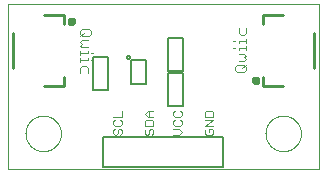
<source format=gto>
G75*
%MOIN*%
%OFA0B0*%
%FSLAX25Y25*%
%IPPOS*%
%LPD*%
%AMOC8*
5,1,8,0,0,1.08239X$1,22.5*
%
%ADD10C,0.00000*%
%ADD11C,0.00300*%
%ADD12C,0.00500*%
%ADD13C,0.01575*%
%ADD14C,0.01000*%
D10*
X0001400Y0001400D02*
X0001400Y0056518D01*
X0105022Y0056518D01*
X0105022Y0001400D01*
X0001400Y0001400D01*
X0007305Y0013211D02*
X0007307Y0013364D01*
X0007313Y0013518D01*
X0007323Y0013671D01*
X0007337Y0013823D01*
X0007355Y0013976D01*
X0007377Y0014127D01*
X0007402Y0014278D01*
X0007432Y0014429D01*
X0007466Y0014579D01*
X0007503Y0014727D01*
X0007544Y0014875D01*
X0007589Y0015021D01*
X0007638Y0015167D01*
X0007691Y0015311D01*
X0007747Y0015453D01*
X0007807Y0015594D01*
X0007871Y0015734D01*
X0007938Y0015872D01*
X0008009Y0016008D01*
X0008084Y0016142D01*
X0008161Y0016274D01*
X0008243Y0016404D01*
X0008327Y0016532D01*
X0008415Y0016658D01*
X0008506Y0016781D01*
X0008600Y0016902D01*
X0008698Y0017020D01*
X0008798Y0017136D01*
X0008902Y0017249D01*
X0009008Y0017360D01*
X0009117Y0017468D01*
X0009229Y0017573D01*
X0009343Y0017674D01*
X0009461Y0017773D01*
X0009580Y0017869D01*
X0009702Y0017962D01*
X0009827Y0018051D01*
X0009954Y0018138D01*
X0010083Y0018220D01*
X0010214Y0018300D01*
X0010347Y0018376D01*
X0010482Y0018449D01*
X0010619Y0018518D01*
X0010758Y0018583D01*
X0010898Y0018645D01*
X0011040Y0018703D01*
X0011183Y0018758D01*
X0011328Y0018809D01*
X0011474Y0018856D01*
X0011621Y0018899D01*
X0011769Y0018938D01*
X0011918Y0018974D01*
X0012068Y0019005D01*
X0012219Y0019033D01*
X0012370Y0019057D01*
X0012523Y0019077D01*
X0012675Y0019093D01*
X0012828Y0019105D01*
X0012981Y0019113D01*
X0013134Y0019117D01*
X0013288Y0019117D01*
X0013441Y0019113D01*
X0013594Y0019105D01*
X0013747Y0019093D01*
X0013899Y0019077D01*
X0014052Y0019057D01*
X0014203Y0019033D01*
X0014354Y0019005D01*
X0014504Y0018974D01*
X0014653Y0018938D01*
X0014801Y0018899D01*
X0014948Y0018856D01*
X0015094Y0018809D01*
X0015239Y0018758D01*
X0015382Y0018703D01*
X0015524Y0018645D01*
X0015664Y0018583D01*
X0015803Y0018518D01*
X0015940Y0018449D01*
X0016075Y0018376D01*
X0016208Y0018300D01*
X0016339Y0018220D01*
X0016468Y0018138D01*
X0016595Y0018051D01*
X0016720Y0017962D01*
X0016842Y0017869D01*
X0016961Y0017773D01*
X0017079Y0017674D01*
X0017193Y0017573D01*
X0017305Y0017468D01*
X0017414Y0017360D01*
X0017520Y0017249D01*
X0017624Y0017136D01*
X0017724Y0017020D01*
X0017822Y0016902D01*
X0017916Y0016781D01*
X0018007Y0016658D01*
X0018095Y0016532D01*
X0018179Y0016404D01*
X0018261Y0016274D01*
X0018338Y0016142D01*
X0018413Y0016008D01*
X0018484Y0015872D01*
X0018551Y0015734D01*
X0018615Y0015594D01*
X0018675Y0015453D01*
X0018731Y0015311D01*
X0018784Y0015167D01*
X0018833Y0015021D01*
X0018878Y0014875D01*
X0018919Y0014727D01*
X0018956Y0014579D01*
X0018990Y0014429D01*
X0019020Y0014278D01*
X0019045Y0014127D01*
X0019067Y0013976D01*
X0019085Y0013823D01*
X0019099Y0013671D01*
X0019109Y0013518D01*
X0019115Y0013364D01*
X0019117Y0013211D01*
X0019115Y0013058D01*
X0019109Y0012904D01*
X0019099Y0012751D01*
X0019085Y0012599D01*
X0019067Y0012446D01*
X0019045Y0012295D01*
X0019020Y0012144D01*
X0018990Y0011993D01*
X0018956Y0011843D01*
X0018919Y0011695D01*
X0018878Y0011547D01*
X0018833Y0011401D01*
X0018784Y0011255D01*
X0018731Y0011111D01*
X0018675Y0010969D01*
X0018615Y0010828D01*
X0018551Y0010688D01*
X0018484Y0010550D01*
X0018413Y0010414D01*
X0018338Y0010280D01*
X0018261Y0010148D01*
X0018179Y0010018D01*
X0018095Y0009890D01*
X0018007Y0009764D01*
X0017916Y0009641D01*
X0017822Y0009520D01*
X0017724Y0009402D01*
X0017624Y0009286D01*
X0017520Y0009173D01*
X0017414Y0009062D01*
X0017305Y0008954D01*
X0017193Y0008849D01*
X0017079Y0008748D01*
X0016961Y0008649D01*
X0016842Y0008553D01*
X0016720Y0008460D01*
X0016595Y0008371D01*
X0016468Y0008284D01*
X0016339Y0008202D01*
X0016208Y0008122D01*
X0016075Y0008046D01*
X0015940Y0007973D01*
X0015803Y0007904D01*
X0015664Y0007839D01*
X0015524Y0007777D01*
X0015382Y0007719D01*
X0015239Y0007664D01*
X0015094Y0007613D01*
X0014948Y0007566D01*
X0014801Y0007523D01*
X0014653Y0007484D01*
X0014504Y0007448D01*
X0014354Y0007417D01*
X0014203Y0007389D01*
X0014052Y0007365D01*
X0013899Y0007345D01*
X0013747Y0007329D01*
X0013594Y0007317D01*
X0013441Y0007309D01*
X0013288Y0007305D01*
X0013134Y0007305D01*
X0012981Y0007309D01*
X0012828Y0007317D01*
X0012675Y0007329D01*
X0012523Y0007345D01*
X0012370Y0007365D01*
X0012219Y0007389D01*
X0012068Y0007417D01*
X0011918Y0007448D01*
X0011769Y0007484D01*
X0011621Y0007523D01*
X0011474Y0007566D01*
X0011328Y0007613D01*
X0011183Y0007664D01*
X0011040Y0007719D01*
X0010898Y0007777D01*
X0010758Y0007839D01*
X0010619Y0007904D01*
X0010482Y0007973D01*
X0010347Y0008046D01*
X0010214Y0008122D01*
X0010083Y0008202D01*
X0009954Y0008284D01*
X0009827Y0008371D01*
X0009702Y0008460D01*
X0009580Y0008553D01*
X0009461Y0008649D01*
X0009343Y0008748D01*
X0009229Y0008849D01*
X0009117Y0008954D01*
X0009008Y0009062D01*
X0008902Y0009173D01*
X0008798Y0009286D01*
X0008698Y0009402D01*
X0008600Y0009520D01*
X0008506Y0009641D01*
X0008415Y0009764D01*
X0008327Y0009890D01*
X0008243Y0010018D01*
X0008161Y0010148D01*
X0008084Y0010280D01*
X0008009Y0010414D01*
X0007938Y0010550D01*
X0007871Y0010688D01*
X0007807Y0010828D01*
X0007747Y0010969D01*
X0007691Y0011111D01*
X0007638Y0011255D01*
X0007589Y0011401D01*
X0007544Y0011547D01*
X0007503Y0011695D01*
X0007466Y0011843D01*
X0007432Y0011993D01*
X0007402Y0012144D01*
X0007377Y0012295D01*
X0007355Y0012446D01*
X0007337Y0012599D01*
X0007323Y0012751D01*
X0007313Y0012904D01*
X0007307Y0013058D01*
X0007305Y0013211D01*
X0087305Y0013211D02*
X0087307Y0013364D01*
X0087313Y0013518D01*
X0087323Y0013671D01*
X0087337Y0013823D01*
X0087355Y0013976D01*
X0087377Y0014127D01*
X0087402Y0014278D01*
X0087432Y0014429D01*
X0087466Y0014579D01*
X0087503Y0014727D01*
X0087544Y0014875D01*
X0087589Y0015021D01*
X0087638Y0015167D01*
X0087691Y0015311D01*
X0087747Y0015453D01*
X0087807Y0015594D01*
X0087871Y0015734D01*
X0087938Y0015872D01*
X0088009Y0016008D01*
X0088084Y0016142D01*
X0088161Y0016274D01*
X0088243Y0016404D01*
X0088327Y0016532D01*
X0088415Y0016658D01*
X0088506Y0016781D01*
X0088600Y0016902D01*
X0088698Y0017020D01*
X0088798Y0017136D01*
X0088902Y0017249D01*
X0089008Y0017360D01*
X0089117Y0017468D01*
X0089229Y0017573D01*
X0089343Y0017674D01*
X0089461Y0017773D01*
X0089580Y0017869D01*
X0089702Y0017962D01*
X0089827Y0018051D01*
X0089954Y0018138D01*
X0090083Y0018220D01*
X0090214Y0018300D01*
X0090347Y0018376D01*
X0090482Y0018449D01*
X0090619Y0018518D01*
X0090758Y0018583D01*
X0090898Y0018645D01*
X0091040Y0018703D01*
X0091183Y0018758D01*
X0091328Y0018809D01*
X0091474Y0018856D01*
X0091621Y0018899D01*
X0091769Y0018938D01*
X0091918Y0018974D01*
X0092068Y0019005D01*
X0092219Y0019033D01*
X0092370Y0019057D01*
X0092523Y0019077D01*
X0092675Y0019093D01*
X0092828Y0019105D01*
X0092981Y0019113D01*
X0093134Y0019117D01*
X0093288Y0019117D01*
X0093441Y0019113D01*
X0093594Y0019105D01*
X0093747Y0019093D01*
X0093899Y0019077D01*
X0094052Y0019057D01*
X0094203Y0019033D01*
X0094354Y0019005D01*
X0094504Y0018974D01*
X0094653Y0018938D01*
X0094801Y0018899D01*
X0094948Y0018856D01*
X0095094Y0018809D01*
X0095239Y0018758D01*
X0095382Y0018703D01*
X0095524Y0018645D01*
X0095664Y0018583D01*
X0095803Y0018518D01*
X0095940Y0018449D01*
X0096075Y0018376D01*
X0096208Y0018300D01*
X0096339Y0018220D01*
X0096468Y0018138D01*
X0096595Y0018051D01*
X0096720Y0017962D01*
X0096842Y0017869D01*
X0096961Y0017773D01*
X0097079Y0017674D01*
X0097193Y0017573D01*
X0097305Y0017468D01*
X0097414Y0017360D01*
X0097520Y0017249D01*
X0097624Y0017136D01*
X0097724Y0017020D01*
X0097822Y0016902D01*
X0097916Y0016781D01*
X0098007Y0016658D01*
X0098095Y0016532D01*
X0098179Y0016404D01*
X0098261Y0016274D01*
X0098338Y0016142D01*
X0098413Y0016008D01*
X0098484Y0015872D01*
X0098551Y0015734D01*
X0098615Y0015594D01*
X0098675Y0015453D01*
X0098731Y0015311D01*
X0098784Y0015167D01*
X0098833Y0015021D01*
X0098878Y0014875D01*
X0098919Y0014727D01*
X0098956Y0014579D01*
X0098990Y0014429D01*
X0099020Y0014278D01*
X0099045Y0014127D01*
X0099067Y0013976D01*
X0099085Y0013823D01*
X0099099Y0013671D01*
X0099109Y0013518D01*
X0099115Y0013364D01*
X0099117Y0013211D01*
X0099115Y0013058D01*
X0099109Y0012904D01*
X0099099Y0012751D01*
X0099085Y0012599D01*
X0099067Y0012446D01*
X0099045Y0012295D01*
X0099020Y0012144D01*
X0098990Y0011993D01*
X0098956Y0011843D01*
X0098919Y0011695D01*
X0098878Y0011547D01*
X0098833Y0011401D01*
X0098784Y0011255D01*
X0098731Y0011111D01*
X0098675Y0010969D01*
X0098615Y0010828D01*
X0098551Y0010688D01*
X0098484Y0010550D01*
X0098413Y0010414D01*
X0098338Y0010280D01*
X0098261Y0010148D01*
X0098179Y0010018D01*
X0098095Y0009890D01*
X0098007Y0009764D01*
X0097916Y0009641D01*
X0097822Y0009520D01*
X0097724Y0009402D01*
X0097624Y0009286D01*
X0097520Y0009173D01*
X0097414Y0009062D01*
X0097305Y0008954D01*
X0097193Y0008849D01*
X0097079Y0008748D01*
X0096961Y0008649D01*
X0096842Y0008553D01*
X0096720Y0008460D01*
X0096595Y0008371D01*
X0096468Y0008284D01*
X0096339Y0008202D01*
X0096208Y0008122D01*
X0096075Y0008046D01*
X0095940Y0007973D01*
X0095803Y0007904D01*
X0095664Y0007839D01*
X0095524Y0007777D01*
X0095382Y0007719D01*
X0095239Y0007664D01*
X0095094Y0007613D01*
X0094948Y0007566D01*
X0094801Y0007523D01*
X0094653Y0007484D01*
X0094504Y0007448D01*
X0094354Y0007417D01*
X0094203Y0007389D01*
X0094052Y0007365D01*
X0093899Y0007345D01*
X0093747Y0007329D01*
X0093594Y0007317D01*
X0093441Y0007309D01*
X0093288Y0007305D01*
X0093134Y0007305D01*
X0092981Y0007309D01*
X0092828Y0007317D01*
X0092675Y0007329D01*
X0092523Y0007345D01*
X0092370Y0007365D01*
X0092219Y0007389D01*
X0092068Y0007417D01*
X0091918Y0007448D01*
X0091769Y0007484D01*
X0091621Y0007523D01*
X0091474Y0007566D01*
X0091328Y0007613D01*
X0091183Y0007664D01*
X0091040Y0007719D01*
X0090898Y0007777D01*
X0090758Y0007839D01*
X0090619Y0007904D01*
X0090482Y0007973D01*
X0090347Y0008046D01*
X0090214Y0008122D01*
X0090083Y0008202D01*
X0089954Y0008284D01*
X0089827Y0008371D01*
X0089702Y0008460D01*
X0089580Y0008553D01*
X0089461Y0008649D01*
X0089343Y0008748D01*
X0089229Y0008849D01*
X0089117Y0008954D01*
X0089008Y0009062D01*
X0088902Y0009173D01*
X0088798Y0009286D01*
X0088698Y0009402D01*
X0088600Y0009520D01*
X0088506Y0009641D01*
X0088415Y0009764D01*
X0088327Y0009890D01*
X0088243Y0010018D01*
X0088161Y0010148D01*
X0088084Y0010280D01*
X0088009Y0010414D01*
X0087938Y0010550D01*
X0087871Y0010688D01*
X0087807Y0010828D01*
X0087747Y0010969D01*
X0087691Y0011111D01*
X0087638Y0011255D01*
X0087589Y0011401D01*
X0087544Y0011547D01*
X0087503Y0011695D01*
X0087466Y0011843D01*
X0087432Y0011993D01*
X0087402Y0012144D01*
X0087377Y0012295D01*
X0087355Y0012446D01*
X0087337Y0012599D01*
X0087323Y0012751D01*
X0087313Y0012904D01*
X0087307Y0013058D01*
X0087305Y0013211D01*
D11*
X0069950Y0013334D02*
X0069466Y0012850D01*
X0067531Y0012850D01*
X0067048Y0013334D01*
X0067048Y0014301D01*
X0067531Y0014785D01*
X0068499Y0014785D02*
X0068499Y0013817D01*
X0068499Y0014785D02*
X0069466Y0014785D01*
X0069950Y0014301D01*
X0069950Y0013334D01*
X0069950Y0015797D02*
X0067048Y0015797D01*
X0069950Y0017731D01*
X0067048Y0017731D01*
X0067048Y0018743D02*
X0067048Y0020194D01*
X0067531Y0020678D01*
X0069466Y0020678D01*
X0069950Y0020194D01*
X0069950Y0018743D01*
X0067048Y0018743D01*
X0059450Y0019227D02*
X0058966Y0018743D01*
X0057031Y0018743D01*
X0056548Y0019227D01*
X0056548Y0020194D01*
X0057031Y0020678D01*
X0058966Y0020678D02*
X0059450Y0020194D01*
X0059450Y0019227D01*
X0058966Y0017731D02*
X0059450Y0017248D01*
X0059450Y0016280D01*
X0058966Y0015797D01*
X0057031Y0015797D01*
X0056548Y0016280D01*
X0056548Y0017248D01*
X0057031Y0017731D01*
X0056548Y0014785D02*
X0058483Y0014785D01*
X0059450Y0013817D01*
X0058483Y0012850D01*
X0056548Y0012850D01*
X0049950Y0013334D02*
X0049466Y0012850D01*
X0049950Y0013334D02*
X0049950Y0014301D01*
X0049466Y0014785D01*
X0048983Y0014785D01*
X0048499Y0014301D01*
X0048499Y0013334D01*
X0048015Y0012850D01*
X0047531Y0012850D01*
X0047048Y0013334D01*
X0047048Y0014301D01*
X0047531Y0014785D01*
X0047048Y0015797D02*
X0047048Y0017248D01*
X0047531Y0017731D01*
X0049466Y0017731D01*
X0049950Y0017248D01*
X0049950Y0015797D01*
X0047048Y0015797D01*
X0048015Y0018743D02*
X0047048Y0019711D01*
X0048015Y0020678D01*
X0049950Y0020678D01*
X0048499Y0020678D02*
X0048499Y0018743D01*
X0048015Y0018743D02*
X0049950Y0018743D01*
X0039450Y0018743D02*
X0039450Y0020678D01*
X0039450Y0018743D02*
X0036548Y0018743D01*
X0037031Y0017731D02*
X0036548Y0017248D01*
X0036548Y0016280D01*
X0037031Y0015797D01*
X0038966Y0015797D01*
X0039450Y0016280D01*
X0039450Y0017248D01*
X0038966Y0017731D01*
X0038966Y0014785D02*
X0039450Y0014301D01*
X0039450Y0013334D01*
X0038966Y0012850D01*
X0037999Y0013334D02*
X0037999Y0014301D01*
X0038483Y0014785D01*
X0038966Y0014785D01*
X0037999Y0013334D02*
X0037515Y0012850D01*
X0037031Y0012850D01*
X0036548Y0013334D01*
X0036548Y0014301D01*
X0037031Y0014785D01*
X0028019Y0033304D02*
X0028019Y0035156D01*
X0027402Y0035773D01*
X0026167Y0035773D01*
X0025550Y0035156D01*
X0025550Y0033304D01*
X0025550Y0036994D02*
X0025550Y0038228D01*
X0025550Y0037611D02*
X0028019Y0037611D01*
X0028019Y0038228D01*
X0029253Y0037611D02*
X0029870Y0037611D01*
X0029870Y0040067D02*
X0029253Y0040067D01*
X0028019Y0040067D02*
X0028019Y0040684D01*
X0028019Y0040067D02*
X0025550Y0040067D01*
X0025550Y0040684D02*
X0025550Y0039449D01*
X0026167Y0041898D02*
X0028019Y0041898D01*
X0026167Y0041898D02*
X0025550Y0042515D01*
X0026167Y0043132D01*
X0025550Y0043750D01*
X0026167Y0044367D01*
X0028019Y0044367D01*
X0028636Y0045581D02*
X0026167Y0045581D01*
X0025550Y0046198D01*
X0025550Y0047433D01*
X0026167Y0048050D01*
X0028636Y0048050D01*
X0029253Y0047433D01*
X0029253Y0046198D01*
X0028636Y0045581D01*
X0026784Y0046816D02*
X0025550Y0045581D01*
X0076530Y0044089D02*
X0077147Y0044089D01*
X0078381Y0044089D02*
X0078381Y0043472D01*
X0078381Y0044089D02*
X0080850Y0044089D01*
X0080850Y0043472D02*
X0080850Y0044706D01*
X0080233Y0045927D02*
X0078998Y0045927D01*
X0078381Y0046544D01*
X0078381Y0048396D01*
X0080850Y0048396D02*
X0080850Y0046544D01*
X0080233Y0045927D01*
X0080850Y0042251D02*
X0080850Y0041016D01*
X0080850Y0041633D02*
X0078381Y0041633D01*
X0078381Y0041016D01*
X0077147Y0041633D02*
X0076530Y0041633D01*
X0078381Y0039802D02*
X0080233Y0039802D01*
X0080850Y0039185D01*
X0080233Y0038568D01*
X0080850Y0037950D01*
X0080233Y0037333D01*
X0078381Y0037333D01*
X0077764Y0036119D02*
X0080233Y0036119D01*
X0080850Y0035502D01*
X0080850Y0034267D01*
X0080233Y0033650D01*
X0077764Y0033650D01*
X0077147Y0034267D01*
X0077147Y0035502D01*
X0077764Y0036119D01*
X0079616Y0034884D02*
X0080850Y0036119D01*
D12*
X0059769Y0034018D02*
X0054769Y0034018D01*
X0054769Y0045018D01*
X0059769Y0045018D01*
X0059769Y0034018D01*
X0059731Y0033282D02*
X0054731Y0033282D01*
X0054731Y0022282D01*
X0059731Y0022282D01*
X0059731Y0033282D01*
X0047529Y0029681D02*
X0042608Y0029681D01*
X0042608Y0037555D01*
X0047529Y0037555D01*
X0047529Y0029681D01*
X0042608Y0029681D01*
X0034762Y0027650D02*
X0029762Y0027650D01*
X0029762Y0038650D01*
X0034762Y0038650D01*
X0034762Y0027650D01*
X0042608Y0037555D02*
X0047529Y0037555D01*
X0041069Y0038618D02*
X0041071Y0038662D01*
X0041077Y0038706D01*
X0041087Y0038749D01*
X0041100Y0038791D01*
X0041117Y0038832D01*
X0041138Y0038871D01*
X0041162Y0038908D01*
X0041189Y0038943D01*
X0041219Y0038975D01*
X0041252Y0039005D01*
X0041288Y0039031D01*
X0041325Y0039055D01*
X0041365Y0039074D01*
X0041406Y0039091D01*
X0041449Y0039103D01*
X0041492Y0039112D01*
X0041536Y0039117D01*
X0041580Y0039118D01*
X0041624Y0039115D01*
X0041668Y0039108D01*
X0041711Y0039097D01*
X0041753Y0039083D01*
X0041793Y0039065D01*
X0041832Y0039043D01*
X0041868Y0039019D01*
X0041902Y0038991D01*
X0041934Y0038960D01*
X0041963Y0038926D01*
X0041989Y0038890D01*
X0042011Y0038852D01*
X0042030Y0038812D01*
X0042045Y0038770D01*
X0042057Y0038728D01*
X0042065Y0038684D01*
X0042069Y0038640D01*
X0042069Y0038596D01*
X0042065Y0038552D01*
X0042057Y0038508D01*
X0042045Y0038466D01*
X0042030Y0038424D01*
X0042011Y0038384D01*
X0041989Y0038346D01*
X0041963Y0038310D01*
X0041934Y0038276D01*
X0041902Y0038245D01*
X0041868Y0038217D01*
X0041832Y0038193D01*
X0041793Y0038171D01*
X0041753Y0038153D01*
X0041711Y0038139D01*
X0041668Y0038128D01*
X0041624Y0038121D01*
X0041580Y0038118D01*
X0041536Y0038119D01*
X0041492Y0038124D01*
X0041449Y0038133D01*
X0041406Y0038145D01*
X0041365Y0038162D01*
X0041325Y0038181D01*
X0041288Y0038205D01*
X0041252Y0038231D01*
X0041219Y0038261D01*
X0041189Y0038293D01*
X0041162Y0038328D01*
X0041138Y0038365D01*
X0041117Y0038404D01*
X0041100Y0038445D01*
X0041087Y0038487D01*
X0041077Y0038530D01*
X0041071Y0038574D01*
X0041069Y0038618D01*
X0033211Y0012000D02*
X0073211Y0012000D01*
X0073211Y0002000D01*
X0033211Y0002000D01*
X0033211Y0012000D01*
D13*
X0083505Y0030928D02*
X0083507Y0030975D01*
X0083513Y0031021D01*
X0083522Y0031067D01*
X0083536Y0031111D01*
X0083553Y0031155D01*
X0083574Y0031196D01*
X0083598Y0031236D01*
X0083625Y0031274D01*
X0083656Y0031309D01*
X0083689Y0031342D01*
X0083725Y0031372D01*
X0083764Y0031398D01*
X0083804Y0031422D01*
X0083846Y0031441D01*
X0083890Y0031458D01*
X0083935Y0031470D01*
X0083981Y0031479D01*
X0084027Y0031484D01*
X0084074Y0031485D01*
X0084120Y0031482D01*
X0084166Y0031475D01*
X0084212Y0031464D01*
X0084256Y0031450D01*
X0084299Y0031432D01*
X0084340Y0031410D01*
X0084380Y0031385D01*
X0084417Y0031357D01*
X0084452Y0031326D01*
X0084484Y0031292D01*
X0084513Y0031255D01*
X0084538Y0031217D01*
X0084561Y0031176D01*
X0084580Y0031133D01*
X0084595Y0031089D01*
X0084607Y0031044D01*
X0084615Y0030998D01*
X0084619Y0030951D01*
X0084619Y0030905D01*
X0084615Y0030858D01*
X0084607Y0030812D01*
X0084595Y0030767D01*
X0084580Y0030723D01*
X0084561Y0030680D01*
X0084538Y0030639D01*
X0084513Y0030601D01*
X0084484Y0030564D01*
X0084452Y0030530D01*
X0084417Y0030499D01*
X0084380Y0030471D01*
X0084341Y0030446D01*
X0084299Y0030424D01*
X0084256Y0030406D01*
X0084212Y0030392D01*
X0084166Y0030381D01*
X0084120Y0030374D01*
X0084074Y0030371D01*
X0084027Y0030372D01*
X0083981Y0030377D01*
X0083935Y0030386D01*
X0083890Y0030398D01*
X0083846Y0030415D01*
X0083804Y0030434D01*
X0083764Y0030458D01*
X0083725Y0030484D01*
X0083689Y0030514D01*
X0083656Y0030547D01*
X0083625Y0030582D01*
X0083598Y0030620D01*
X0083574Y0030660D01*
X0083553Y0030701D01*
X0083536Y0030745D01*
X0083522Y0030789D01*
X0083513Y0030835D01*
X0083507Y0030881D01*
X0083505Y0030928D01*
X0022024Y0050613D02*
X0022026Y0050660D01*
X0022032Y0050706D01*
X0022041Y0050752D01*
X0022055Y0050796D01*
X0022072Y0050840D01*
X0022093Y0050881D01*
X0022117Y0050921D01*
X0022144Y0050959D01*
X0022175Y0050994D01*
X0022208Y0051027D01*
X0022244Y0051057D01*
X0022283Y0051083D01*
X0022323Y0051107D01*
X0022365Y0051126D01*
X0022409Y0051143D01*
X0022454Y0051155D01*
X0022500Y0051164D01*
X0022546Y0051169D01*
X0022593Y0051170D01*
X0022639Y0051167D01*
X0022685Y0051160D01*
X0022731Y0051149D01*
X0022775Y0051135D01*
X0022818Y0051117D01*
X0022859Y0051095D01*
X0022899Y0051070D01*
X0022936Y0051042D01*
X0022971Y0051011D01*
X0023003Y0050977D01*
X0023032Y0050940D01*
X0023057Y0050902D01*
X0023080Y0050861D01*
X0023099Y0050818D01*
X0023114Y0050774D01*
X0023126Y0050729D01*
X0023134Y0050683D01*
X0023138Y0050636D01*
X0023138Y0050590D01*
X0023134Y0050543D01*
X0023126Y0050497D01*
X0023114Y0050452D01*
X0023099Y0050408D01*
X0023080Y0050365D01*
X0023057Y0050324D01*
X0023032Y0050286D01*
X0023003Y0050249D01*
X0022971Y0050215D01*
X0022936Y0050184D01*
X0022899Y0050156D01*
X0022860Y0050131D01*
X0022818Y0050109D01*
X0022775Y0050091D01*
X0022731Y0050077D01*
X0022685Y0050066D01*
X0022639Y0050059D01*
X0022593Y0050056D01*
X0022546Y0050057D01*
X0022500Y0050062D01*
X0022454Y0050071D01*
X0022409Y0050083D01*
X0022365Y0050100D01*
X0022323Y0050119D01*
X0022283Y0050143D01*
X0022244Y0050169D01*
X0022208Y0050199D01*
X0022175Y0050232D01*
X0022144Y0050267D01*
X0022117Y0050305D01*
X0022093Y0050345D01*
X0022072Y0050386D01*
X0022055Y0050430D01*
X0022041Y0050474D01*
X0022032Y0050520D01*
X0022026Y0050566D01*
X0022024Y0050613D01*
D14*
X0020022Y0049628D02*
X0020022Y0052581D01*
X0013526Y0052581D01*
X0003290Y0046676D02*
X0003290Y0034865D01*
X0013526Y0028959D02*
X0020022Y0028959D01*
X0020022Y0031912D01*
X0086621Y0031912D02*
X0086621Y0028959D01*
X0093117Y0028959D01*
X0103354Y0034865D02*
X0103354Y0046676D01*
X0093117Y0052581D02*
X0086621Y0052581D01*
X0086621Y0049628D01*
M02*

</source>
